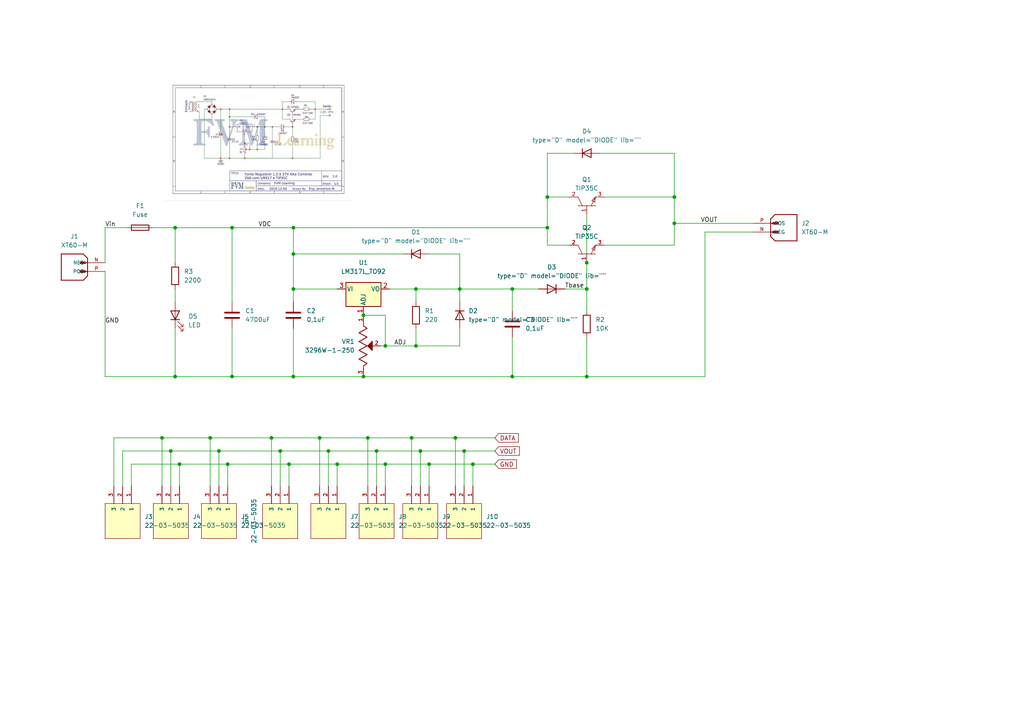
<source format=kicad_sch>
(kicad_sch (version 20211123) (generator eeschema)
  (paper "A4")
  (lib_symbols
    (symbol "Device:C" (pin_numbers hide) (pin_names (offset 0.254))
      (property "Reference" "C" (at 0.635 2.54 0))
      (property "Value" "C" (at 0.635 -2.54 0))
      (symbol "C_0_1"
        (polyline (pts (xy -2.032 -0.762) (xy 2.032 -0.762)) (stroke (width 0.508)))
        (polyline (pts (xy -2.032 0.762) (xy 2.032 0.762)) (stroke (width 0.508)))
      )
      (symbol "C_1_1"
        (pin passive line (at 0 3.81 270) (length 2.794) (name "~") (number "1"))
        (pin passive line (at 0 -3.81 90) (length 2.794) (name "~") (number "2"))
      )
    )
    (symbol "Device:Fuse" (pin_numbers hide) (pin_names (offset 0))
      (property "Reference" "F" (at 2.032 0 90))
      (property "Value" "Fuse" (at -1.905 0 90))
      (symbol "Fuse_0_1"
        (rectangle (start -0.762 -2.54) (end 0.762 2.54) (stroke (width 0.254)))
        (polyline (pts (xy 0 2.54) (xy 0 -2.54)))
      )
      (symbol "Fuse_1_1"
        (pin passive line (at 0 3.81 270) (length 1.27) (name "~") (number "1"))
        (pin passive line (at 0 -3.81 90) (length 1.27) (name "~") (number "2"))
      )
    )
    (symbol "Device:LED" (pin_numbers hide) (pin_names (offset 1.016) hide)
      (property "Reference" "D" (at 0 2.54 0))
      (property "Value" "LED" (at 0 -2.54 0))
      (symbol "LED_0_1"
        (polyline (pts (xy -1.27 -1.27) (xy -1.27 1.27)) (stroke (width 0.254)))
        (polyline (pts (xy -1.27 0) (xy 1.27 0)))
        (polyline (pts (xy 1.27 -1.27) (xy 1.27 1.27) (xy -1.27 0) (xy 1.27 -1.27)) (stroke (width 0.254)))
        (polyline (pts (xy -3.048 -0.762) (xy -4.572 -2.286) (xy -3.81 -2.286) (xy -4.572 -2.286) (xy -4.572 -1.524)))
        (polyline (pts (xy -1.778 -0.762) (xy -3.302 -2.286) (xy -2.54 -2.286) (xy -3.302 -2.286) (xy -3.302 -1.524)))
      )
      (symbol "LED_1_1"
        (pin passive line (at -3.81 0 0) (length 2.54) (name "K") (number "1"))
        (pin passive line (at 3.81 0 180) (length 2.54) (name "A") (number "2"))
      )
    )
    (symbol "Device:R" (pin_numbers hide) (pin_names (offset 0))
      (property "Reference" "R" (at 2.032 0 90))
      (property "Value" "R" (at 0 0 90))
      (symbol "R_0_1"
        (rectangle (start -1.016 -2.54) (end 1.016 2.54) (stroke (width 0.254)))
      )
      (symbol "R_1_1"
        (pin passive line (at 0 3.81 270) (length 1.27) (name "~") (number "1"))
        (pin passive line (at 0 -3.81 90) (length 1.27) (name "~") (number "2"))
      )
    )
    (symbol "Regulator_Linear:LM317L_TO92" (pin_names (offset 0.254))
      (property "Reference" "U" (at -3.81 3.175 0))
      (property "Value" "LM317L_TO92" (at 0 3.175 0))
      (symbol "LM317L_TO92_0_1"
        (rectangle (start -5.08 1.905) (end 5.08 -5.08) (stroke (width 0.254)) (fill (type background)))
      )
      (symbol "LM317L_TO92_1_1"
        (pin input line (at 0 -7.62 90) (length 2.54) (name "ADJ") (number "1"))
        (pin power_out line (at 7.62 0 180) (length 2.54) (name "VO") (number "2"))
        (pin power_in line (at -7.62 0 0) (length 2.54) (name "VI") (number "3"))
      )
    )
    (symbol "Simulation_SPICE:DIODE" (pin_numbers hide) (pin_names (offset 1.016) hide)
      (property "Reference" "D" (at 0 2.54 0))
      (property "Value" "DIODE" (at 0 -2.54 0))
      (symbol "DIODE_0_1"
        (polyline (pts (xy 1.27 0) (xy -1.27 0)))
        (polyline (pts (xy 1.27 1.27) (xy 1.27 -1.27)) (stroke (width 0.254)))
        (polyline (pts (xy -1.27 -1.27) (xy -1.27 1.27) (xy 1.27 0) (xy -1.27 -1.27)) (stroke (width 0.254)))
      )
      (symbol "DIODE_1_1"
        (pin passive line (at -3.81 0 0) (length 2.54) (name "A") (number "1"))
        (pin passive line (at 3.81 0 180) (length 2.54) (name "K") (number "2"))
      )
    )
    (symbol "TRIM_POT:3296W-1-250" (pin_names (offset 1.016))
      (property "Reference" "VR" (at -5.0871 10.1742 0))
      (property "Value" "3296W-1-250" (at -5.0926 -5.0926 0))
      (symbol "3296W-1-250_0_0"
        (polyline (pts (xy -6.35 0) (xy -5.842 0)) (stroke (width 0.1524)))
        (polyline (pts (xy -5.842 0) (xy -5.08 1.016)) (stroke (width 0.254)))
        (polyline (pts (xy -5.08 1.016) (xy -3.81 -1.27)) (stroke (width 0.254)))
        (polyline (pts (xy -3.81 -1.27) (xy -2.54 1.016)) (stroke (width 0.254)))
        (polyline (pts (xy -2.54 1.016) (xy -1.27 -1.27)) (stroke (width 0.254)))
        (polyline (pts (xy -1.27 -1.27) (xy 0 1.016)) (stroke (width 0.254)))
        (polyline (pts (xy -1.27 2.54) (xy 1.27 2.54)) (stroke (width 0.254)))
        (polyline (pts (xy 0 1.016) (xy 1.27 -1.27)) (stroke (width 0.254)))
        (polyline (pts (xy 0 1.27) (xy -1.27 2.54)) (stroke (width 0.254)))
        (polyline (pts (xy 1.27 -1.27) (xy 2.54 1.016)) (stroke (width 0.254)))
        (polyline (pts (xy 1.27 2.54) (xy 0 1.27)) (stroke (width 0.254)))
        (polyline (pts (xy 2.54 1.016) (xy 3.81 -1.27)) (stroke (width 0.254)))
        (polyline (pts (xy 3.81 -1.27) (xy 5.08 1.016)) (stroke (width 0.254)))
        (polyline (pts (xy 5.842 0) (xy 5.08 1.016)) (stroke (width 0.254)))
        (polyline (pts (xy 5.842 0) (xy 6.35 0)) (stroke (width 0.1524)))
        (polyline (pts (xy -1.27 2.54) (xy 1.27 2.54) (xy 0 1.27) (xy -1.27 2.54)) (stroke (width 0.254)) (fill (type outline)))
        (pin passive line (at -8.89 0 0) (length 2.54) (name "~") (number "1"))
        (pin passive line (at 0 5.08 270) (length 2.54) (name "~") (number "2"))
        (pin passive line (at 8.89 0 180) (length 2.54) (name "~") (number "3"))
      )
    )
    (symbol "TTL-3PIN:22-03-5035" (pin_names (offset 1.016))
      (property "Reference" "J" (at -5.08 5.08 0))
      (property "Value" "22-03-5035" (at -5.08 -7.62 0))
      (symbol "22-03-5035_0_0"
        (rectangle (start -5.08 -5.08) (end 5.08 5.08) (stroke (width 0.1524)) (fill (type background)))
        (pin passive line (at -10.16 2.54 0) (length 5.08) (name "1") (number "1"))
        (pin passive line (at -10.16 0 0) (length 5.08) (name "2") (number "2"))
        (pin passive line (at -10.16 -2.54 0) (length 5.08) (name "3") (number "3"))
      )
    )
    (symbol "XT-60:XT60-M" (pin_names (offset 1.016))
      (property "Reference" "J" (at 0 6.35 0))
      (property "Value" "XT60-M" (at 0 -5.08 0))
      (symbol "XT60-M_0_0"
        (polyline (pts (xy 0 -1.27) (xy 1.27 -2.54)) (stroke (width 0.254)))
        (polyline (pts (xy 0 0) (xy 1.905 0)) (stroke (width 0.254)))
        (polyline (pts (xy 0 2.54) (xy 0 -1.27)) (stroke (width 0.254)))
        (polyline (pts (xy 0 2.54) (xy 1.905 2.54)) (stroke (width 0.254)))
        (polyline (pts (xy 0 3.81) (xy 0 2.54)) (stroke (width 0.254)))
        (polyline (pts (xy 0 3.81) (xy 1.27 5.08)) (stroke (width 0.254)))
        (polyline (pts (xy 1.27 -2.54) (xy 7.62 -2.54)) (stroke (width 0.254)))
        (polyline (pts (xy 7.62 -2.54) (xy 7.62 5.08)) (stroke (width 0.254)))
        (polyline (pts (xy 7.62 5.08) (xy 1.27 5.08)) (stroke (width 0.254)))
        (rectangle (start 0.635 -0.3175) (end 2.2225 0.3175) (stroke (width 0.1)) (fill (type outline)))
        (rectangle (start 0.635 2.2225) (end 2.2225 2.8575) (stroke (width 0.1)) (fill (type outline)))
        (pin passive line (at -5.08 0 0) (length 5.08) (name "NEG") (number "N"))
        (pin passive line (at -5.08 2.54 0) (length 5.08) (name "POS") (number "P"))
      )
    )
    (symbol "eec:TIP35C" (pin_names (offset 1.016))
      (property "Reference" "Q" (at 0 7.62 0))
      (property "Value" "TIP35C" (at 0 10.16 0))
      (symbol "TIP35C_1_1"
        (polyline (pts (xy 5.08 -1.27) (xy 7.62 -2.54)))
        (polyline (pts (xy 5.08 1.27) (xy 7.62 2.54)))
        (polyline (pts (xy 5.08 2.54) (xy 5.08 -2.54)))
        (polyline (pts (xy 6.096 -2.286) (xy 6.604 -1.524)))
        (polyline (pts (xy 6.096 -2.286) (xy 7.62 -2.54)))
        (polyline (pts (xy 6.604 -1.524) (xy 7.62 -2.54)))
        (pin unspecified line (at 2.54 0 0) (length 2.54) (name "BASE") (number "1"))
        (pin unspecified line (at 7.62 5.08 270) (length 2.54) (name "COLLECTOR") (number "2"))
        (pin unspecified line (at 7.62 -5.08 90) (length 2.54) (name "EMITTER") (number "3"))
      )
    )
  )
  (junction (at 49.53 130.81))
  (junction (at 67.31 66.04))
  (junction (at 97.79 134.62))
  (junction (at 60.96 127))
  (junction (at 85.09 109.22))
  (junction (at 105.41 91.44))
  (junction (at 67.31 109.22))
  (junction (at 46.99 127))
  (junction (at 50.8 66.04))
  (junction (at 111.76 134.62))
  (junction (at 106.68 127))
  (junction (at 81.28 130.81))
  (junction (at 170.18 83.82))
  (junction (at 85.09 73.66))
  (junction (at 148.59 83.82))
  (junction (at 119.38 127))
  (junction (at 83.82 134.62))
  (junction (at 109.22 130.81))
  (junction (at 66.04 134.62))
  (junction (at 78.74 127))
  (junction (at 170.18 109.22))
  (junction (at 137.16 134.62))
  (junction (at 132.08 127))
  (junction (at 195.58 64.77))
  (junction (at 52.07 134.62))
  (junction (at 85.09 66.04))
  (junction (at 158.75 57.15))
  (junction (at 148.59 109.22))
  (junction (at 95.25 130.81))
  (junction (at 120.65 100.33))
  (junction (at 111.76 100.33))
  (junction (at 121.92 130.81))
  (junction (at 133.35 83.82))
  (junction (at 92.71 127))
  (junction (at 50.8 109.22))
  (junction (at 158.75 66.04))
  (junction (at 85.09 83.82))
  (junction (at 170.18 76.2))
  (junction (at 105.41 109.22))
  (junction (at 124.46 134.62))
  (junction (at 120.65 83.82))
  (junction (at 63.5 130.81))
  (junction (at 134.62 130.81))
  (junction (at 195.58 57.15))
  (wire (pts (xy 158.75 44.45) (xy 158.75 57.15)))
  (wire (pts (xy 66.04 134.62) (xy 66.04 140.97)))
  (wire (pts (xy 50.8 66.04) (xy 67.31 66.04)))
  (wire (pts (xy 85.09 109.22) (xy 105.41 109.22)))
  (wire (pts (xy 133.35 73.66) (xy 133.35 83.82)))
  (wire (pts (xy 30.48 78.74) (xy 30.48 109.22)))
  (wire (pts (xy 170.18 97.79) (xy 170.18 109.22)))
  (wire (pts (xy 110.49 100.33) (xy 111.76 100.33)))
  (wire (pts (xy 195.58 44.45) (xy 195.58 57.15)))
  (wire (pts (xy 124.46 134.62) (xy 124.46 140.97)))
  (wire (pts (xy 158.75 57.15) (xy 165.1 57.15)))
  (wire (pts (xy 111.76 134.62) (xy 111.76 140.97)))
  (wire (pts (xy 121.92 130.81) (xy 121.92 140.97)))
  (wire (pts (xy 67.31 109.22) (xy 85.09 109.22)))
  (wire (pts (xy 175.26 71.12) (xy 195.58 71.12)))
  (wire (pts (xy 85.09 73.66) (xy 85.09 83.82)))
  (wire (pts (xy 148.59 83.82) (xy 156.21 83.82)))
  (wire (pts (xy 111.76 100.33) (xy 120.65 100.33)))
  (wire (pts (xy 148.59 97.79) (xy 148.59 109.22)))
  (wire (pts (xy 120.65 83.82) (xy 113.03 83.82)))
  (wire (pts (xy 92.71 127) (xy 106.68 127)))
  (wire (pts (xy 95.25 130.81) (xy 109.22 130.81)))
  (wire (pts (xy 106.68 140.97) (xy 106.68 127)))
  (wire (pts (xy 50.8 83.82) (xy 50.8 87.63)))
  (wire (pts (xy 67.31 66.04) (xy 67.31 87.63)))
  (wire (pts (xy 166.37 44.45) (xy 158.75 44.45)))
  (wire (pts (xy 143.51 134.62) (xy 137.16 134.62)))
  (wire (pts (xy 44.45 66.04) (xy 50.8 66.04)))
  (wire (pts (xy 124.46 73.66) (xy 133.35 73.66)))
  (wire (pts (xy 111.76 134.62) (xy 124.46 134.62)))
  (wire (pts (xy 105.41 91.44) (xy 111.76 91.44)))
  (wire (pts (xy 143.51 127) (xy 132.08 127)))
  (wire (pts (xy 137.16 134.62) (xy 137.16 140.97)))
  (wire (pts (xy 49.53 130.81) (xy 63.5 130.81)))
  (wire (pts (xy 119.38 127) (xy 119.38 140.97)))
  (wire (pts (xy 83.82 134.62) (xy 97.79 134.62)))
  (wire (pts (xy 170.18 109.22) (xy 204.47 109.22)))
  (wire (pts (xy 33.02 127) (xy 46.99 127)))
  (wire (pts (xy 134.62 130.81) (xy 134.62 140.97)))
  (wire (pts (xy 85.09 83.82) (xy 97.79 83.82)))
  (wire (pts (xy 120.65 83.82) (xy 133.35 83.82)))
  (wire (pts (xy 30.48 66.04) (xy 36.83 66.04)))
  (wire (pts (xy 97.79 140.97) (xy 97.79 134.62)))
  (wire (pts (xy 85.09 73.66) (xy 116.84 73.66)))
  (wire (pts (xy 92.71 127) (xy 92.71 140.97)))
  (wire (pts (xy 85.09 109.22) (xy 85.09 95.25)))
  (wire (pts (xy 175.26 57.15) (xy 195.58 57.15)))
  (wire (pts (xy 30.48 66.04) (xy 30.48 76.2)))
  (wire (pts (xy 133.35 100.33) (xy 120.65 100.33)))
  (wire (pts (xy 109.22 130.81) (xy 109.22 140.97)))
  (wire (pts (xy 35.56 140.97) (xy 35.56 130.81)))
  (wire (pts (xy 218.44 67.31) (xy 204.47 67.31)))
  (wire (pts (xy 46.99 127) (xy 60.96 127)))
  (wire (pts (xy 195.58 64.77) (xy 218.44 64.77)))
  (wire (pts (xy 85.09 83.82) (xy 85.09 87.63)))
  (wire (pts (xy 170.18 62.23) (xy 170.18 76.2)))
  (wire (pts (xy 109.22 130.81) (xy 121.92 130.81)))
  (wire (pts (xy 120.65 100.33) (xy 120.65 95.25)))
  (wire (pts (xy 95.25 130.81) (xy 95.25 140.97)))
  (wire (pts (xy 49.53 130.81) (xy 49.53 140.97)))
  (wire (pts (xy 195.58 64.77) (xy 195.58 57.15)))
  (wire (pts (xy 35.56 130.81) (xy 49.53 130.81)))
  (wire (pts (xy 83.82 134.62) (xy 83.82 140.97)))
  (wire (pts (xy 158.75 66.04) (xy 158.75 57.15)))
  (wire (pts (xy 111.76 91.44) (xy 111.76 100.33)))
  (wire (pts (xy 173.99 44.45) (xy 195.58 44.45)))
  (wire (pts (xy 85.09 66.04) (xy 158.75 66.04)))
  (wire (pts (xy 170.18 83.82) (xy 163.83 83.82)))
  (wire (pts (xy 60.96 127) (xy 78.74 127)))
  (wire (pts (xy 46.99 127) (xy 46.99 140.97)))
  (wire (pts (xy 38.1 134.62) (xy 52.07 134.62)))
  (wire (pts (xy 52.07 134.62) (xy 52.07 140.97)))
  (wire (pts (xy 97.79 134.62) (xy 111.76 134.62)))
  (wire (pts (xy 78.74 127) (xy 92.71 127)))
  (wire (pts (xy 30.48 109.22) (xy 50.8 109.22)))
  (wire (pts (xy 119.38 127) (xy 132.08 127)))
  (wire (pts (xy 50.8 95.25) (xy 50.8 109.22)))
  (wire (pts (xy 204.47 67.31) (xy 204.47 109.22)))
  (wire (pts (xy 67.31 66.04) (xy 85.09 66.04)))
  (wire (pts (xy 50.8 66.04) (xy 50.8 76.2)))
  (wire (pts (xy 133.35 95.25) (xy 133.35 100.33)))
  (wire (pts (xy 81.28 140.97) (xy 81.28 130.81)))
  (wire (pts (xy 133.35 87.63) (xy 133.35 83.82)))
  (wire (pts (xy 81.28 130.81) (xy 95.25 130.81)))
  (wire (pts (xy 105.41 109.22) (xy 148.59 109.22)))
  (wire (pts (xy 170.18 90.17) (xy 170.18 83.82)))
  (wire (pts (xy 78.74 127) (xy 78.74 140.97)))
  (wire (pts (xy 60.96 127) (xy 60.96 140.97)))
  (wire (pts (xy 148.59 83.82) (xy 133.35 83.82)))
  (wire (pts (xy 33.02 140.97) (xy 33.02 127)))
  (wire (pts (xy 121.92 130.81) (xy 134.62 130.81)))
  (wire (pts (xy 106.68 127) (xy 119.38 127)))
  (wire (pts (xy 170.18 76.2) (xy 170.18 83.82)))
  (wire (pts (xy 38.1 140.97) (xy 38.1 134.62)))
  (wire (pts (xy 134.62 130.81) (xy 143.51 130.81)))
  (wire (pts (xy 52.07 134.62) (xy 66.04 134.62)))
  (wire (pts (xy 63.5 130.81) (xy 81.28 130.81)))
  (wire (pts (xy 124.46 134.62) (xy 137.16 134.62)))
  (wire (pts (xy 50.8 109.22) (xy 67.31 109.22)))
  (wire (pts (xy 67.31 109.22) (xy 67.31 95.25)))
  (wire (pts (xy 158.75 71.12) (xy 158.75 66.04)))
  (wire (pts (xy 148.59 90.17) (xy 148.59 83.82)))
  (wire (pts (xy 170.18 109.22) (xy 148.59 109.22)))
  (wire (pts (xy 66.04 134.62) (xy 83.82 134.62)))
  (wire (pts (xy 85.09 66.04) (xy 85.09 73.66)))
  (wire (pts (xy 195.58 71.12) (xy 195.58 64.77)))
  (wire (pts (xy 63.5 130.81) (xy 63.5 140.97)))
  (wire (pts (xy 120.65 87.63) (xy 120.65 83.82)))
  (wire (pts (xy 165.1 71.12) (xy 158.75 71.12)))
  (wire (pts (xy 132.08 127) (xy 132.08 140.97)))
  (image (at 74.93 40.64))
  (label "GND" (at 30.48 93.98 0))
  (label "VDC" (at 74.93 66.04 0))
  (label "VOUT" (at 203.2 64.77 0))
  (label "ADJ" (at 114.3 100.33 0))
  (label "Vin" (at 30.48 66.04 0))
  (label "Tbase" (at 163.83 83.82 0))
  (global_label "GND" (shape input) (at 143.51 134.62 0) (property "Intersheet References" "${INTERSHEET_REFS}" (effects hide)))
  (global_label "VOUT" (shape input) (at 143.51 130.81 0) (property "Intersheet References" "${INTERSHEET_REFS}" (effects hide)))
  (global_label "DATA" (shape input) (at 143.51 127 0) (property "Intersheet References" "${INTERSHEET_REFS}" (effects hide)))
  (symbol (lib_id "Device:Fuse") (at 40.64 66.04 90) (unit 1)
    (property "Reference" "F1" (at 40.64 59.69 90))
    (property "Value" "Fuse" (at 40.64 62.23 90))
    (property "Footprint" "Fuse:Fuseholder_Cylinder-5x20mm_Schurter_0031_8201_Horizontal_Open" (effects hide))
  )
  (symbol (lib_id "Regulator_Linear:LM317L_TO92") (at 105.41 83.82 0) (unit 1)
    (property "Reference" "U1" (at 105.41 76.2 0))
    (property "Value" "LM317L_TO92" (at 105.41 78.74 0))
    (property "Footprint" "Package_TO_SOT_THT:TO-220-3_Vertical" (effects hide))
    (property "Datasheet" "http://www.ti.com/lit/ds/snvs775k/snvs775k.pdf" (effects hide))
  )
  (symbol (lib_id "Device:LED") (at 50.8 91.44 90) (unit 1)
    (property "Reference" "D5" (at 54.61 91.7574 90) (effects (justify right)))
    (property "Value" "LED" (at 54.61 94.2974 90) (effects (justify right)))
    (property "Footprint" "LED_THT:LED_D3.0mm" (effects hide))
  )
  (symbol (lib_id "Simulation_SPICE:DIODE") (at 133.35 91.44 90) (unit 1)
    (property "Reference" "D2" (at 135.89 90.1699 90) (effects (justify right)))
    (property "Value" "DIODE" (at 135.89 92.7099 90) (effects (justify right)))
    (property "Footprint" "Diode_THT:D_A-405_P12.70mm_Horizontal" (effects hide))
    (property "Spice_Netlist_Enabled" "Y" (effects hide))
    (property "Spice_Primitive" "D" (effects hide))
  )
  (symbol (lib_id "Device:C") (at 148.59 93.98 0) (unit 1)
    (property "Reference" "C3" (at 152.4 92.7099 0) (effects (justify left)))
    (property "Value" "0,1uF" (at 152.4 95.2499 0) (effects (justify left)))
    (property "Footprint" "Capacitor_THT:CP_Radial_D6.3mm_P2.50mm" (effects hide))
  )
  (symbol (lib_id "Device:R") (at 50.8 80.01 0) (unit 1)
    (property "Reference" "R3" (at 53.34 78.7399 0) (effects (justify left)))
    (property "Value" "2200" (at 53.34 81.2799 0) (effects (justify left)))
    (property "Footprint" "Resistor_THT:R_Axial_DIN0207_L6.3mm_D2.5mm_P7.62mm_Horizontal" (effects hide))
  )
  (symbol (lib_id "Simulation_SPICE:DIODE") (at 170.18 44.45 180) (unit 1)
    (property "Reference" "D4" (at 170.18 38.1 0))
    (property "Value" "DIODE" (at 170.18 40.64 0))
    (property "Footprint" "Diode_THT:D_A-405_P12.70mm_Horizontal" (effects hide))
    (property "Spice_Netlist_Enabled" "Y" (effects hide))
    (property "Spice_Primitive" "D" (effects hide))
  )
  (symbol (lib_id "TTL-3PIN:22-03-5035") (at 109.22 151.13 270) (unit 1)
    (property "Reference" "J8" (at 115.57 149.8599 90) (effects (justify left)))
    (property "Value" "22-03-5035" (at 115.57 152.3999 90) (effects (justify left)))
    (property "Footprint" "TTL-3PIN:TTL_3pin" (effects hide))
    (property "STANDARD" "Manufacturer recommendations" (effects hide))
    (property "PARTREV" "B" (effects hide))
    (property "MANUFACTURER" "Molex" (effects hide))
    (property "MAXIMUM_PACKAGE_HEIGHT" "5.9mm" (effects hide))
  )
  (symbol (lib_id "TRIM_POT:3296W-1-250") (at 105.41 100.33 270) (unit 1)
    (property "Reference" "VR1" (at 102.87 99.0599 90) (effects (justify right)))
    (property "Value" "3296W-1-250" (at 102.87 101.5999 90) (effects (justify right)))
    (property "Footprint" "XT-60:TRIM_3296W-1-250" (effects hide))
    (property "PARTREV" "05/16" (effects hide))
    (property "MANUFACTURER" "Bourns" (effects hide))
    (property "STANDARD" "Manufacturer Recommendation" (effects hide))
  )
  (symbol (lib_id "eec:TIP35C") (at 170.18 78.74 90) (unit 1)
    (property "Reference" "Q2" (at 170.18 66.04 90))
    (property "Value" "TIP35C" (at 170.18 68.58 90))
    (property "Footprint" "Package_TO_SOT_THT:TO-3PB-3_Vertical" (effects hide))
    (property "Datasheet" "http://www.st.com/content/ccc/resource/technical/document/datasheet/81/78/4f/8c/28/81/4d/c1/CD00001165.pdf/files/CD00001165.pdf/jcr:content/translations/en.CD00001165.pdf" (effects hide))
    (property "category" "Trans" (effects hide))
    (property "digikey description" "TRANS NPN 100V 25A TO-247" (effects hide))
    (property "digikey part number" "497-2609-5-ND" (effects hide))
    (property "ipc land pattern name" "TO-220" (effects hide))
    (property "lead free" "yes" (effects hide))
    (property "library id" "7268601df026f6f5" (effects hide))
    (property "manufacturer" "STMicroelectronics" (effects hide))
    (property "mouser part number" "511-TIP35C" (effects hide))
    (property "package" "TO247" (effects hide))
    (property "rohs" "yes" (effects hide))
    (property "temperature range high" "+150°C" (effects hide))
    (property "voltage" "100V" (effects hide))
  )
  (symbol (lib_id "TTL-3PIN:22-03-5035") (at 95.25 151.13 270) (unit 1)
    (property "Reference" "J7" (at 101.6 149.8599 90) (effects (justify left)))
    (property "Value" "22-03-5035" (at 101.6 152.3999 90) (effects (justify left)))
    (property "Footprint" "TTL-3PIN:TTL_3pin" (effects hide))
    (property "STANDARD" "Manufacturer recommendations" (effects hide))
    (property "PARTREV" "B" (effects hide))
    (property "MANUFACTURER" "Molex" (effects hide))
    (property "MAXIMUM_PACKAGE_HEIGHT" "5.9mm" (effects hide))
  )
  (symbol (lib_id "TTL-3PIN:22-03-5035") (at 121.92 151.13 270) (unit 1)
    (property "Reference" "J9" (at 128.27 149.8599 90) (effects (justify left)))
    (property "Value" "22-03-5035" (at 128.27 152.3999 90) (effects (justify left)))
    (property "Footprint" "TTL-3PIN:TTL_3pin" (effects hide))
    (property "STANDARD" "Manufacturer recommendations" (effects hide))
    (property "PARTREV" "B" (effects hide))
    (property "MANUFACTURER" "Molex" (effects hide))
    (property "MAXIMUM_PACKAGE_HEIGHT" "5.9mm" (effects hide))
  )
  (symbol (lib_id "TTL-3PIN:22-03-5035") (at 134.62 151.13 270) (unit 1)
    (property "Reference" "J10" (at 140.97 149.8599 90) (effects (justify left)))
    (property "Value" "22-03-5035" (at 140.97 152.3999 90) (effects (justify left)))
    (property "Footprint" "TTL-3PIN:TTL_3pin" (effects hide))
    (property "STANDARD" "Manufacturer recommendations" (effects hide))
    (property "PARTREV" "B" (effects hide))
    (property "MANUFACTURER" "Molex" (effects hide))
    (property "MAXIMUM_PACKAGE_HEIGHT" "5.9mm" (effects hide))
  )
  (symbol (lib_id "TTL-3PIN:22-03-5035") (at 63.5 151.13 270) (unit 1)
    (property "Reference" "J5" (at 69.85 149.8599 90) (effects (justify left)))
    (property "Value" "22-03-5035" (at 69.85 152.3999 90) (effects (justify left)))
    (property "Footprint" "TTL-3PIN:TTL_3pin" (effects hide))
    (property "STANDARD" "Manufacturer recommendations" (effects hide))
    (property "PARTREV" "B" (effects hide))
    (property "MANUFACTURER" "Molex" (effects hide))
    (property "MAXIMUM_PACKAGE_HEIGHT" "5.9mm" (effects hide))
  )
  (symbol (lib_id "TTL-3PIN:22-03-5035") (at 35.56 151.13 270) (unit 1)
    (property "Reference" "J3" (at 41.91 149.8599 90) (effects (justify left)))
    (property "Value" "22-03-5035" (at 41.91 152.3999 90) (effects (justify left)))
    (property "Footprint" "TTL-3PIN:TTL_3pin" (effects hide))
    (property "STANDARD" "Manufacturer recommendations" (effects hide))
    (property "PARTREV" "B" (effects hide))
    (property "MANUFACTURER" "Molex" (effects hide))
    (property "MAXIMUM_PACKAGE_HEIGHT" "5.9mm" (effects hide))
  )
  (symbol (lib_id "XT-60:XT60-M") (at 25.4 76.2 180) (unit 1)
    (property "Reference" "J1" (at 21.59 68.58 0))
    (property "Value" "XT60-M" (at 21.59 71.12 0))
    (property "Footprint" "AMASS_XT60-M" (effects hide))
    (property "PARTREV" "V1.2" (effects hide))
    (property "MAXIMUM_PACKAGE_HEIGHT" "16.00 mm" (effects hide))
    (property "STANDARD" "IPC 7351B" (effects hide))
    (property "MANUFACTURER" "AMASS" (effects hide))
  )
  (symbol (lib_id "Simulation_SPICE:DIODE") (at 160.02 83.82 0) (unit 1)
    (property "Reference" "D3" (at 160.02 77.47 0))
    (property "Value" "DIODE" (at 160.02 80.01 0))
    (property "Footprint" "Diode_THT:D_A-405_P12.70mm_Horizontal" (effects hide))
    (property "Spice_Netlist_Enabled" "Y" (effects hide))
    (property "Spice_Primitive" "D" (effects hide))
  )
  (symbol (lib_id "Device:C") (at 67.31 91.44 0) (unit 1)
    (property "Reference" "C1" (at 71.12 90.1699 0) (effects (justify left)))
    (property "Value" "4700uF" (at 71.12 92.7099 0) (effects (justify left)))
    (property "Footprint" "Capacitor_THT:CP_Radial_D6.3mm_P2.50mm" (effects hide))
  )
  (symbol (lib_id "Simulation_SPICE:DIODE") (at 120.65 73.66 180) (unit 1)
    (property "Reference" "D1" (at 120.65 67.31 0))
    (property "Value" "DIODE" (at 120.65 69.85 0))
    (property "Footprint" "Diode_THT:D_A-405_P12.70mm_Horizontal" (effects hide))
    (property "Spice_Netlist_Enabled" "Y" (effects hide))
    (property "Spice_Primitive" "D" (effects hide))
  )
  (symbol (lib_id "TTL-3PIN:22-03-5035") (at 49.53 151.13 270) (unit 1)
    (property "Reference" "J4" (at 55.88 149.8599 90) (effects (justify left)))
    (property "Value" "22-03-5035" (at 55.88 152.3999 90) (effects (justify left)))
    (property "Footprint" "TTL-3PIN:TTL_3pin" (effects hide))
    (property "STANDARD" "Manufacturer recommendations" (effects hide))
    (property "PARTREV" "B" (effects hide))
    (property "MANUFACTURER" "Molex" (effects hide))
    (property "MAXIMUM_PACKAGE_HEIGHT" "5.9mm" (effects hide))
  )
  (symbol (lib_id "eec:TIP35C") (at 170.18 64.77 90) (unit 1)
    (property "Reference" "Q1" (at 170.18 52.07 90))
    (property "Value" "TIP35C" (at 170.18 54.61 90))
    (property "Footprint" "Package_TO_SOT_THT:TO-3PB-3_Vertical" (effects hide))
    (property "Datasheet" "http://www.st.com/content/ccc/resource/technical/document/datasheet/81/78/4f/8c/28/81/4d/c1/CD00001165.pdf/files/CD00001165.pdf/jcr:content/translations/en.CD00001165.pdf" (effects hide))
    (property "category" "Trans" (effects hide))
    (property "digikey description" "TRANS NPN 100V 25A TO-247" (effects hide))
    (property "digikey part number" "497-2609-5-ND" (effects hide))
    (property "ipc land pattern name" "TO-220" (effects hide))
    (property "lead free" "yes" (effects hide))
    (property "library id" "7268601df026f6f5" (effects hide))
    (property "manufacturer" "STMicroelectronics" (effects hide))
    (property "mouser part number" "511-TIP35C" (effects hide))
    (property "package" "TO247" (effects hide))
    (property "rohs" "yes" (effects hide))
    (property "temperature range high" "+150°C" (effects hide))
    (property "voltage" "100V" (effects hide))
  )
  (symbol (lib_id "TTL-3PIN:22-03-5035") (at 81.28 151.13 270) (unit 1)
    (property "Reference" "J6" (at 71.12 151.13 90))
    (property "Value" "22-03-5035" (at 73.66 151.13 0))
    (property "Footprint" "TTL-3PIN:TTL_3pin" (effects hide))
    (property "STANDARD" "Manufacturer recommendations" (effects hide))
    (property "PARTREV" "B" (effects hide))
    (property "MANUFACTURER" "Molex" (effects hide))
    (property "MAXIMUM_PACKAGE_HEIGHT" "5.9mm" (effects hide))
  )
  (symbol (lib_id "Device:R") (at 120.65 91.44 0) (unit 1)
    (property "Reference" "R1" (at 123.19 90.1699 0) (effects (justify left)))
    (property "Value" "220" (at 123.19 92.7099 0) (effects (justify left)))
    (property "Footprint" "Resistor_THT:R_Axial_DIN0207_L6.3mm_D2.5mm_P7.62mm_Horizontal" (effects hide))
  )
  (symbol (lib_id "Device:R") (at 170.18 93.98 0) (unit 1)
    (property "Reference" "R2" (at 172.72 92.7099 0) (effects (justify left)))
    (property "Value" "10K" (at 172.72 95.2499 0) (effects (justify left)))
    (property "Footprint" "Resistor_THT:R_Axial_DIN0207_L6.3mm_D2.5mm_P7.62mm_Horizontal" (effects hide))
  )
  (symbol (lib_id "Device:C") (at 85.09 91.44 0) (unit 1)
    (property "Reference" "C2" (at 88.9 90.1699 0) (effects (justify left)))
    (property "Value" "0,1uF" (at 88.9 92.7099 0) (effects (justify left)))
    (property "Footprint" "Capacitor_THT:CP_Radial_D6.3mm_P2.50mm" (effects hide))
  )
  (symbol (lib_id "XT-60:XT60-M") (at 223.52 67.31 0) (unit 1)
    (property "Reference" "J2" (at 232.41 64.7699 0) (effects (justify left)))
    (property "Value" "XT60-M" (at 232.41 67.3099 0) (effects (justify left)))
    (property "Footprint" "AMASS_XT60-M" (effects hide))
    (property "PARTREV" "V1.2" (effects hide))
    (property "MAXIMUM_PACKAGE_HEIGHT" "16.00 mm" (effects hide))
    (property "STANDARD" "IPC 7351B" (effects hide))
    (property "MANUFACTURER" "AMASS" (effects hide))
  )
)
</source>
